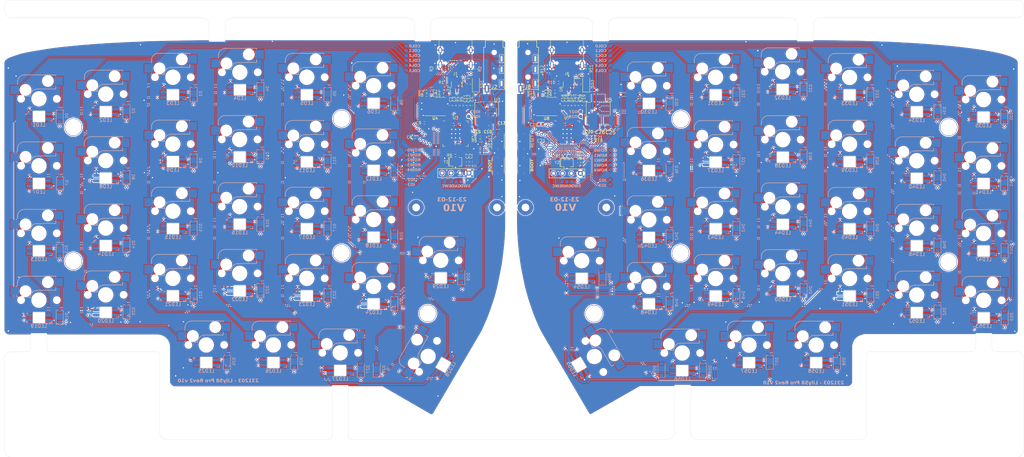
<source format=kicad_pcb>
(kicad_pcb (version 20221018) (generator pcbnew)

  (general
    (thickness 1.6)
  )

  (paper "A3")
  (layers
    (0 "F.Cu" signal)
    (31 "B.Cu" signal)
    (32 "B.Adhes" user "B.Adhesive")
    (33 "F.Adhes" user "F.Adhesive")
    (34 "B.Paste" user)
    (35 "F.Paste" user)
    (36 "B.SilkS" user "B.Silkscreen")
    (37 "F.SilkS" user "F.Silkscreen")
    (38 "B.Mask" user)
    (39 "F.Mask" user)
    (40 "Dwgs.User" user "User.Drawings")
    (41 "Cmts.User" user "User.Comments")
    (42 "Eco1.User" user "User.Eco1")
    (43 "Eco2.User" user "User.Eco2")
    (44 "Edge.Cuts" user)
    (45 "Margin" user)
    (46 "B.CrtYd" user "B.Courtyard")
    (47 "F.CrtYd" user "F.Courtyard")
    (48 "B.Fab" user)
    (49 "F.Fab" user)
  )

  (setup
    (stackup
      (layer "F.SilkS" (type "Top Silk Screen"))
      (layer "F.Paste" (type "Top Solder Paste"))
      (layer "F.Mask" (type "Top Solder Mask") (thickness 0.01))
      (layer "F.Cu" (type "copper") (thickness 0.035))
      (layer "dielectric 1" (type "core") (thickness 1.51) (material "FR4") (epsilon_r 4.5) (loss_tangent 0.02))
      (layer "B.Cu" (type "copper") (thickness 0.035))
      (layer "B.Mask" (type "Bottom Solder Mask") (thickness 0.01))
      (layer "B.Paste" (type "Bottom Solder Paste"))
      (layer "B.SilkS" (type "Bottom Silk Screen"))
      (copper_finish "None")
      (dielectric_constraints no)
    )
    (pad_to_mask_clearance 0.051)
    (solder_mask_min_width 0.25)
    (aux_axis_origin 60 80)
    (pcbplotparams
      (layerselection 0x00010fc_ffffffff)
      (plot_on_all_layers_selection 0x0000000_00000000)
      (disableapertmacros false)
      (usegerberextensions false)
      (usegerberattributes false)
      (usegerberadvancedattributes false)
      (creategerberjobfile false)
      (dashed_line_dash_ratio 12.000000)
      (dashed_line_gap_ratio 3.000000)
      (svgprecision 6)
      (plotframeref false)
      (viasonmask false)
      (mode 1)
      (useauxorigin false)
      (hpglpennumber 1)
      (hpglpenspeed 20)
      (hpglpendiameter 15.000000)
      (dxfpolygonmode true)
      (dxfimperialunits true)
      (dxfusepcbnewfont true)
      (psnegative false)
      (psa4output false)
      (plotreference true)
      (plotvalue true)
      (plotinvisibletext false)
      (sketchpadsonfab false)
      (subtractmaskfromsilk false)
      (outputformat 1)
      (mirror false)
      (drillshape 0)
      (scaleselection 1)
      (outputdirectory "../../../../../Library/CloudStorage/GoogleDrive-yuchi.kbd@gmail.com/マイドライブ/Lily58/Pro_Rev2/gerver_v10_231206/")
    )
  )

  (net 0 "")
  (net 1 "GND")
  (net 2 "GNDA")
  (net 3 "Net-(D1-A)")
  (net 4 "ROW0")
  (net 5 "Net-(D2-A)")
  (net 6 "Net-(D3-A)")
  (net 7 "Net-(D4-A)")
  (net 8 "Net-(D5-A)")
  (net 9 "Net-(D6-A)")
  (net 10 "ROW1")
  (net 11 "Net-(D7-A)")
  (net 12 "Net-(D8-A)")
  (net 13 "Net-(D9-A)")
  (net 14 "Net-(D10-A)")
  (net 15 "Net-(D11-A)")
  (net 16 "Net-(D12-A)")
  (net 17 "ROW2")
  (net 18 "Net-(D13-A)")
  (net 19 "Net-(D14-A)")
  (net 20 "Net-(D15-A)")
  (net 21 "Net-(D16-A)")
  (net 22 "Net-(D17-A)")
  (net 23 "Net-(D18-A)")
  (net 24 "Net-(D19-A)")
  (net 25 "ROW3")
  (net 26 "Net-(D20-A)")
  (net 27 "Net-(D21-A)")
  (net 28 "Net-(D22-A)")
  (net 29 "Net-(D23-A)")
  (net 30 "Net-(D24-A)")
  (net 31 "Net-(D25-A)")
  (net 32 "ROW4")
  (net 33 "Net-(D26-A)")
  (net 34 "Net-(D27-A)")
  (net 35 "Net-(D28-A)")
  (net 36 "Net-(D29-A)")
  (net 37 "Net-(D30-A)")
  (net 38 "Net-(D31-A)")
  (net 39 "Net-(D32-A)")
  (net 40 "Net-(D33-A)")
  (net 41 "Net-(D34-A)")
  (net 42 "ROW1_R")
  (net 43 "Net-(D35-A)")
  (net 44 "Net-(D36-A)")
  (net 45 "Net-(D37-A)")
  (net 46 "Net-(D38-A)")
  (net 47 "Net-(D39-A)")
  (net 48 "Net-(D40-A)")
  (net 49 "ROW2_R")
  (net 50 "Net-(D41-A)")
  (net 51 "Net-(D42-A)")
  (net 52 "Net-(D43-A)")
  (net 53 "Net-(D44-A)")
  (net 54 "Net-(D45-A)")
  (net 55 "Net-(D46-A)")
  (net 56 "ROW3_R")
  (net 57 "Net-(D47-A)")
  (net 58 "Net-(D48-A)")
  (net 59 "Net-(D49-A)")
  (net 60 "Net-(D50-A)")
  (net 61 "Net-(D51-A)")
  (net 62 "Net-(D52-A)")
  (net 63 "ROW4_R")
  (net 64 "Net-(D53-A)")
  (net 65 "Net-(D54-A)")
  (net 66 "Net-(D55-A)")
  (net 67 "Net-(D56-A)")
  (net 68 "Net-(D57-A)")
  (net 69 "VBUS")
  (net 70 "VDC")
  (net 71 "+5V")
  (net 72 "+5VA")
  (net 73 "D+")
  (net 74 "D-")
  (net 75 "COL0")
  (net 76 "COL1")
  (net 77 "COL2")
  (net 78 "COL3")
  (net 79 "COL4")
  (net 80 "COL5")
  (net 81 "COL0_R")
  (net 82 "COL1_R")
  (net 83 "COL2_R")
  (net 84 "COL3_R")
  (net 85 "COL4_R")
  (net 86 "COL5_R")
  (net 87 "USB_BOOT")
  (net 88 "LED")
  (net 89 "Net-(D58-A)")
  (net 90 "LED_R")
  (net 91 "SPLIT_HAND_PIN_L")
  (net 92 "SPLIT_HAND_PIN_R")
  (net 93 "Net-(SD1-A)")
  (net 94 "SCL_2")
  (net 95 "SDA_2")
  (net 96 "Net-(SD2-A)")
  (net 97 "unconnected-(H10-Pin_1-Pad1)")
  (net 98 "+1V1")
  (net 99 "+3V3")
  (net 100 "unconnected-(H11-Pin_1-Pad1)")
  (net 101 "+3.3VA")
  (net 102 "ROW0_R")
  (net 103 "unconnected-(H21-Pin_1-Pad1)")
  (net 104 "unconnected-(H22-Pin_1-Pad1)")
  (net 105 "Net-(J1-CC1)")
  (net 106 "unconnected-(J1-SBU1-PadA8)")
  (net 107 "Net-(J1-CC2)")
  (net 108 "unconnected-(J1-SBU2-PadB8)")
  (net 109 "Net-(J6-CC1)")
  (net 110 "unconnected-(J6-SBU1-PadA8)")
  (net 111 "Net-(J6-CC2)")
  (net 112 "unconnected-(J6-SBU2-PadB8)")
  (net 113 "Net-(LED1-DOUT)")
  (net 114 "Net-(LED1-DIN)")
  (net 115 "Net-(LED2-DIN)")
  (net 116 "Net-(LED3-DIN)")
  (net 117 "Net-(LED4-DIN)")
  (net 118 "Net-(LED5-DIN)")
  (net 119 "Net-(LED7-DOUT)")
  (net 120 "Net-(LED8-DOUT)")
  (net 121 "Net-(LED10-DIN)")
  (net 122 "Net-(LED10-DOUT)")
  (net 123 "Net-(LED11-DOUT)")
  (net 124 "Net-(LED12-DOUT)")
  (net 125 "Net-(LED13-DOUT)")
  (net 126 "Net-(LED13-DIN)")
  (net 127 "Net-(LED14-DIN)")
  (net 128 "Net-(LED15-DIN)")
  (net 129 "Net-(LED16-DIN)")
  (net 130 "Net-(LED17-DIN)")
  (net 131 "Net-(LED19-DOUT)")
  (net 132 "Net-(LED20-DOUT)")
  (net 133 "Net-(LED21-DOUT)")
  (net 134 "Net-(LED22-DOUT)")
  (net 135 "Net-(LED23-DOUT)")
  (net 136 "Net-(LED24-DOUT)")
  (net 137 "unconnected-(LED25-DOUT-Pad2)")
  (net 138 "Net-(LED25-DIN)")
  (net 139 "Net-(LED26-DIN)")
  (net 140 "Net-(LED27-DIN)")
  (net 141 "Net-(LED28-DIN)")
  (net 142 "Net-(LED30-DOUT)")
  (net 143 "Net-(LED30-DIN)")
  (net 144 "Net-(LED31-DIN)")
  (net 145 "Net-(LED32-DIN)")
  (net 146 "Net-(LED33-DIN)")
  (net 147 "Net-(LED34-DIN)")
  (net 148 "Net-(LED36-DOUT)")
  (net 149 "Net-(LED37-DOUT)")
  (net 150 "Net-(LED38-DOUT)")
  (net 151 "Net-(LED39-DOUT)")
  (net 152 "Net-(LED40-DOUT)")
  (net 153 "Net-(LED41-DOUT)")
  (net 154 "Net-(LED42-DOUT)")
  (net 155 "Net-(LED42-DIN)")
  (net 156 "Net-(LED43-DIN)")
  (net 157 "Net-(LED44-DIN)")
  (net 158 "Net-(LED45-DIN)")
  (net 159 "Net-(LED46-DIN)")
  (net 160 "Net-(LED48-DOUT)")
  (net 161 "Net-(LED49-DOUT)")
  (net 162 "Net-(LED50-DOUT)")
  (net 163 "Net-(LED51-DOUT)")
  (net 164 "Net-(LED52-DOUT)")
  (net 165 "SWD")
  (net 166 "SWCLK")
  (net 167 "QSPI_SS")
  (net 168 "Reset")
  (net 169 "QSPI_SD3")
  (net 170 "QSPI_SCLK")
  (net 171 "QSPI_SD0")
  (net 172 "QSPI_SD2")
  (net 173 "QSPI_SD1")
  (net 174 "USB_BOOT_R")
  (net 175 "Reset_R")
  (net 176 "RX")
  (net 177 "TX")
  (net 178 "RX_R")
  (net 179 "TX_R")
  (net 180 "D+_R")
  (net 181 "D-_R")
  (net 182 "SWD_R")
  (net 183 "SWCLK_R")
  (net 184 "QSPI_SD3_R")
  (net 185 "QSPI_SCLK_R")
  (net 186 "QSPI_SD0_R")
  (net 187 "QSPI_SD2_R")
  (net 188 "QSPI_SD1_R")
  (net 189 "QSPI_SS_R")
  (net 190 "SDA")
  (net 191 "SCL")
  (net 192 "SCL_R")
  (net 193 "SDA_R")
  (net 194 "Net-(LED53-DOUT)")
  (net 195 "unconnected-(LED54-DOUT-Pad2)")
  (net 196 "Net-(LED54-DIN)")
  (net 197 "Net-(LED55-DIN)")
  (net 198 "Net-(LED56-DIN)")
  (net 199 "Net-(LED57-DIN)")
  (net 200 "Net-(STLED1-A)")
  (net 201 "Net-(U3-USB_DP)")
  (net 202 "Net-(U3-USB_DM)")
  (net 203 "Net-(U3-XOUT)")
  (net 204 "Net-(STLED2-A)")
  (net 205 "Net-(U7-USB_DP)")
  (net 206 "Net-(U7-USB_DM)")
  (net 207 "Net-(U7-XOUT)")
  (net 208 "Net-(R6-Pad1)")
  (net 209 "Net-(R15-Pad1)")
  (net 210 "+1V2")
  (net 211 "IO27")
  (net 212 "IO28")
  (net 213 "IO27_R")
  (net 214 "IO28_R")
  (net 215 "unconnected-(U3-GPIO4-Pad6)")
  (net 216 "Net-(U3-XIN)")
  (net 217 "unconnected-(U3-GPIO16-Pad27)")
  (net 218 "unconnected-(U3-GPIO20-Pad31)")
  (net 219 "unconnected-(U3-GPIO22-Pad34)")
  (net 220 "unconnected-(U3-GPIO23-Pad35)")
  (net 221 "unconnected-(U3-GPIO24-Pad36)")
  (net 222 "unconnected-(U3-GPIO25-Pad37)")
  (net 223 "unconnected-(U3-GPIO26_ADC0-Pad38)")
  (net 224 "unconnected-(U3-GPIO29_ADC3-Pad41)")
  (net 225 "SCL_2_R")
  (net 226 "SDA_2_R")
  (net 227 "unconnected-(U7-GPIO4-Pad6)")
  (net 228 "Net-(U7-XIN)")
  (net 229 "unconnected-(U7-GPIO16-Pad27)")
  (net 230 "unconnected-(U7-GPIO20-Pad31)")
  (net 231 "unconnected-(U7-GPIO22-Pad34)")
  (net 232 "unconnected-(U7-GPIO23-Pad35)")
  (net 233 "unconnected-(U7-GPIO24-Pad36)")
  (net 234 "unconnected-(U7-GPIO25-Pad37)")
  (net 235 "unconnected-(U7-GPIO26_ADC0-Pad38)")
  (net 236 "unconnected-(U7-GPIO29_ADC3-Pad41)")

  (footprint "yuchi_kbd:MX_Socket" (layer "F.Cu") (at 88.8 125.64))

  (footprint "yuchi_kbd:MX_Socket" (layer "F.Cu") (at 107.9 120.94))

  (footprint "yuchi_kbd:MX_Socket" (layer "F.Cu") (at 69.8 108.09))

  (footprint "yuchi_kbd:MX_Socket" (layer "F.Cu") (at 126.95 100.54))

  (footprint "yuchi_kbd:MX_Socket" (layer "F.Cu") (at 146 101.94))

  (footprint "yuchi_kbd:MX_Socket" (layer "F.Cu") (at 107.9 101.94))

  (footprint "yuchi_kbd:MX_Socket" (layer "F.Cu") (at 126.9 119.64))

  (footprint "yuchi_kbd:MX_Socket" (layer "F.Cu") (at 165 104.34))

  (footprint "yuchi_kbd:MX_Socket" (layer "F.Cu") (at 184.1 154.04))

  (footprint "yuchi_kbd:MX_Socket" (layer "F.Cu") (at 69.8 127.14))

  (footprint "yuchi_kbd:MX_Socket" (layer "F.Cu") (at 146 159.14))

  (footprint "yuchi_kbd:MX_Socket" (layer "F.Cu") (at 69.8 146.34))

  (footprint "yuchi_kbd:MX_Socket" (layer "F.Cu") (at 165 142.44))

  (footprint "yuchi_kbd:MX_Socket" (layer "F.Cu") (at 107.9 159.14))

  (footprint "yuchi_kbd:MX_Socket" (layer "F.Cu") (at 146 140.04))

  (footprint "yuchi_kbd:MX_Socket" (layer "F.Cu") (at 69.8 165.34))

  (footprint "yuchi_kbd:MX_Socket" (layer "F.Cu") (at 126.9 157.74))

  (footprint "yuchi_kbd:MX_Socket" (layer "F.Cu") (at 88.8 144.84))

  (footprint "yuchi_kbd:MX_Socket" (layer "F.Cu") (at 136.5 178.09))

  (footprint "yuchi_kbd:MX_Socket" (layer "F.Cu") (at 126.9 138.74))

  (footprint "yuchi_kbd:MX_Socket" (layer "F.Cu") (at 180.5 181.34 60))

  (footprint "yuchi_kbd:MX_Socket" (layer "F.Cu") (at 88.8 163.84))

  (footprint "yuchi_kbd:MX_Socket" (layer "F.Cu") (at 107.91 140.03))

  (footprint "yuchi_kbd:MX_Socket" (layer "F.Cu") (at 117.4 178.09))

  (footprint "yuchi_kbd:MX_Socket" (layer "F.Cu") (at 155.5 180.34))

  (footprint "yuchi_kbd:MX_Socket" (layer "F.Cu") (at 165 161.44))

  (footprint "yuchi_kbd:MX_Socket" (layer "F.Cu") (at 146 121.04))

  (footprint "yuchi_kbd:MX_Socket" (layer "F.Cu") (at 165 123.44))

  (footprint "Resistor_SMD:R_0402_1005Metric" (layer "F.Cu")
    (tstamp 00000000-0000-0000-0000-00005f7ba52b)
    (at 182.4 99.6 90)
    (descr "Resistor SMD 0402 (1005 Metric), square (rectangular) end terminal, IPC_7351 nominal, (Body size source: IPC-SM-782 page 72, https://www.pcb-3d.com/wordpress/wp-content/uploads/ipc-sm-782a_amendment_1_and_2.pdf), generated with kicad-footprint-generator")
    (tags "resistor")
    (property "Sheetfile" "Pro_Rev2.kicad_sch")
    (property "Sheetname" "")
    (property "ki_description" "Resistor, small symbol")
    (property "ki_keywords" "R resistor")
    (path "/7b086703-ca3f-415b-97a1-fb284f3eae4c")
    (attr smd)
    (fp_text reference "R3" (at 0 -0.97 90) (layer "F.SilkS")
        (effects (font (face "Inter Semi Bold") (size 0.8 0.8) (thickness 0.1)))
      (tstamp b9c5d0fb-2df9-4d45-bb37-50585ec3c739)
      (render_cache "R3" 90
        (polygon
          (pts
            (xy 181.762 100.248512)            (xy 181.762 100.10099)            (xy 181.463828 100.10099)            (xy 181.463828 99.950732)
            (xy 181.762 99.790899)            (xy 181.762 99.626182)            (xy 181.439208 99.802427)            (xy 181.435472 99.793567)
            (xy 181.431484 99.784974)            (xy 181.427246 99.776649)            (xy 181.422761 99.768594)            (xy 181.418031 99.760809)
            (xy 181.413061 99.753296)            (xy 181.407852 99.746054)            (xy 181.402407 99.739086)            (xy 181.396729 99.732392)
            (xy 181.390821 99.725972)            (xy 181.384685 99.719828)            (xy 181.378325 99.713961)            (xy 181.371743 99.708371)
            (xy 181.364942 99.703059)            (xy 181.357925 99.698027)            (xy 181.350695 99.693275)            (xy 181.343253 99.688804)
            (xy 181.335604 99.684615)            (xy 181.32775 99.680709)            (xy 181.319693 99.677087)            (xy 181.311437 99.673749)
            (xy 181.302984 99.670697)            (xy 181.294338 99.667931)            (xy 181.2855 99.665453)            (xy 181.276474 99.663263)
            (xy 181.267262 99.661362)            (xy 181.257868 99.659751)            (xy 181.248293 99.658431)            (xy 181.238542 99.657402)
            (xy 181.228616 99.656667)            (xy 181.218518 99.656225)            (xy 181.208252 99.656077)            (xy 181.19382 99.65637)
            (xy 181.179694 99.657248)            (xy 181.165883 99.658709)            (xy 181.152397 99.660749)            (xy 181.139247 99.663366)
            (xy 181.126442 99.666559)            (xy 181.113993 99.670323)            (xy 181.101909 99.674658)            (xy 181.090201 99.679559)
            (xy 181.078878 99.685026)            (xy 181.067951 99.691055)            (xy 181.057429 99.697643)            (xy 181.047323 99.704789)
            (xy 181.037643 99.71249)            (xy 181.028398 99.720743)            (xy 181.019599 99.729545)            (xy 181.011256 99.738895)
            (xy 181.003378 99.74879)            (xy 180.995976 99.759227)            (xy 180.989059 99.770203)            (xy 180.982639 99.781717)
            (xy 180.976724 99.793766)            (xy 180.971325 99.806347)            (xy 180.966452 99.819457)            (xy 180.962114 99.833095)
            (xy 180.958323 99.847257)            (xy 180.955087 99.861942)            (xy 180.952417 99.877147)            (xy 180.950323 99.892868)
            (xy 180.948815 99.909104)            (xy 180.947902 99.925853)            (xy 180.947596 99.943111)            (xy 180.947596 100.248512)
          )
            (pts
              (xy 181.341316 100.10099)              (xy 181.07089 100.10099)              (xy 181.07089 99.965777)              (xy 181.071038 99.955641)
              (xy 181.071479 99.945858)              (xy 181.072212 99.936425)              (xy 181.073234 99.927342)              (xy 181.074541 99.918605)
              (xy 181.076132 99.910213)              (xy 181.078003 99.902164)              (xy 181.080153 99.894455)              (xy 181.085275 99.880051)
              (xy 181.091477 99.866986)              (xy 181.098739 99.855242)              (xy 181.107038 99.844803)              (xy 181.116354 99.835654)
              (xy 181.126665 99.827778)              (xy 181.137951 99.821158)              (xy 181.150189 99.815778)              (xy 181.16336 99.811622)
              (xy 181.177442 99.808674)              (xy 181.192413 99.806917)              (xy 181.200225 99.80648)              (xy 181.208252 99.806335)
              (xy 181.21625 99.80648)              (xy 181.231536 99.807647)              (xy 181.245869 99.809995)              (xy 181.259239 99.81354)
              (xy 181.271638 99.818297)              (xy 181.283055 99.82428)              (xy 181.293482 99.831506)              (xy 181.302909 99.839988)
              (xy 181.311325 99.849743)              (xy 181.318723 99.860786)              (xy 181.325092 99.873131)              (xy 181.330423 99.886795)
              (xy 181.334707 99.901791)              (xy 181.336453 99.909794)              (xy 181.337934 99.918136)              (xy 181.339148 99.926818)
              (xy 181.340095 99.935844)              (xy 181.340772 99.945214)              (xy 181.34118 99.95493)              (xy 181.341316 99.964995)
            )
        )
        (polygon
          (pts
            (xy 181.773137 99.235784)            (xy 181.772847 99.219603)            (xy 181.771984 99.203714)            (xy 181.77056 99.188132)
            (xy 181.768586 99.17287)            (xy 181.766073 99.157944)            (xy 181.763033 99.143369)            (xy 181.759476 99.129158)
            (xy 181.755414 99.115326)            (xy 181.750859 99.101889)            (xy 181.745821 99.088861)            (xy 181.740312 99.076256)
            (xy 181.734342 99.064088)            (xy 181.727925 99.052374)            (xy 181.72107 99.041127)            (xy 181.713788 99.030362)
            (xy 181.706092 99.020093)            (xy 181.697993 99.010336)            (xy 181.689501 99.001104)            (xy 181.680628 98.992413)
            (xy 181.671385 98.984277)            (xy 181.661784 98.97671)            (xy 181.651835 98.969728)            (xy 181.641551 98.963345)
            (xy 181.630942 98.957576)            (xy 181.620019 98.952435)            (xy 181.608795 98.947937)            (xy 181.597279 98.944096)
            (xy 181.585484 98.940927)            (xy 181.573421 98.938446)            (xy 181.5611 98.936665)            (xy 181.548534 98.935601)
            (xy 181.535733 98.935268)            (xy 181.526274 98.935418)            (xy 181.516989 98.93594)            (xy 181.507882 98.936831)
            (xy 181.498959 98.93809)            (xy 181.490225 98.939713)            (xy 181.481685 98.941699)            (xy 181.473344 98.944044)
            (xy 181.465208 98.946747)            (xy 181.457281 98.949805)            (xy 181.449569 98.953215)            (xy 181.442076 98.956975)
            (xy 181.434809 98.961082)            (xy 181.427771 98.965535)            (xy 181.420969 98.970331)            (xy 181.414408 98.975467)
            (xy 181.408092 98.980941)            (xy 181.402026 98.98675)            (xy 181.396217 98.992893)            (xy 181.390668 98.999366)
            (xy 181.385386 99.006167)            (xy 181.380375 99.013293)            (xy 181.375641 99.020744)            (xy 181.371188 99.028514)
            (xy 181.367022 99.036604)            (xy 181.363148 99.045009)            (xy 181.359571 99.053728)            (xy 181.356297 99.062758)
            (xy 181.353329 99.072097)            (xy 181.350675 99.081742)            (xy 181.348338 99.091691)            (xy 181.346323 99.101941)
            (xy 181.344637 99.11249)            (xy 181.338189 99.11249)            (xy 181.336259 99.104314)            (xy 181.334061 99.096311)
            (xy 181.331599 99.088489)            (xy 181.328877 99.080851)            (xy 181.325898 99.073405)            (xy 181.322667 99.066155)
            (xy 181.319186 99.059108)            (xy 181.311491 99.045644)            (xy 181.302844 99.033057)            (xy 181.293273 99.021395)
            (xy 181.282809 99.010701)            (xy 181.27148 99.001022)            (xy 181.259317 98.992402)            (xy 181.246348 98.984889)
            (xy 181.232604 98.978526)            (xy 181.218113 98.97336)            (xy 181.202905 98.969436)            (xy 181.195042 98.967954)
            (xy 181.18701 98.966799)            (xy 181.178814 98.965978)            (xy 181.170458 98.965496)            (xy 181.161944 98.965358)
            (xy 181.150381 98.965631)            (xy 181.138967 98.966518)            (xy 181.127715 98.96801)            (xy 181.11664 98.970097)
            (xy 181.105757 98.972771)            (xy 181.095079 98.976022)            (xy 181.084621 98.979841)            (xy 181.074398 98.98422)
            (xy 181.064423 98.989149)            (xy 181.054712 98.994618)            (xy 181.045278 99.00062)            (xy 181.036135 99.007144)
            (xy 181.027299 99.014183)            (xy 181.018783 99.021726)            (xy 181.010602 99.029764)            (xy 181.002771 99.038289)
            (xy 180.995302 99.047292)            (xy 180.988212 99.056762)            (xy 180.981514 99.066692)            (xy 180.975222 99.077073)
            (xy 180.969351 99.087894)            (xy 180.963916 99.099147)            (xy 180.95893 99.110823)            (xy 180.954407 99.122913)
            (xy 180.950364 99.135408)            (xy 180.946813 99.148298)            (xy 180.943768 99.161575)            (xy 180.941245 99.175229)
            (xy 180.939258 99.189252)            (xy 180.937821 99.203634)            (xy 180.936948 99.218366)            (xy 180.936654 99.233439)
            (xy 180.936928 99.24817)            (xy 180.937745 99.262675)            (xy 180.939095 99.276941)            (xy 180.940967 99.290951)
            (xy 180.943354 99.30469)            (xy 180.946245 99.318143)            (xy 180.94963 99.331295)            (xy 180.953501 99.34413)
            (xy 180.957847 99.356633)            (xy 180.96266 99.368789)            (xy 180.967929 99.380582)            (xy 180.973645 99.391997)
            (xy 180.979799 99.403019)            (xy 180.986382 99.413632)            (xy 180.993382 99.423822)            (xy 181.000792 99.433572)
            (xy 181.008602 99.442867)            (xy 181.016801 99.451693)            (xy 181.025381 99.460034)            (xy 181.034332 99.467874)
            (xy 181.043645 99.475199)            (xy 181.053309 99.481992)            (xy 181.063316 99.488239)            (xy 181.073656 99.493924)
            (xy 181.084319 99.499032)            (xy 181.095297 99.503548)            (xy 181.106578 99.507457)            (xy 181.118155 99.510742)
            (xy 181.130017 99.513389)            (xy 181.142154 99.515382)            (xy 181.154558 99.516707)            (xy 181.167219 99.517347)
            (xy 181.167219 99.375491)            (xy 181.154703 99.374312)            (xy 181.142816 99.371777)            (xy 181.131582 99.367957)
            (xy 181.121027 99.362925)            (xy 181.111175 99.356752)            (xy 181.10205 99.349511)            (xy 181.093678 99.341274)
            (xy 181.086082 99.332113)            (xy 181.079288 99.322101)            (xy 181.073319 99.311308)            (xy 181.068202 99.299809)
            (xy 181.06396 99.287673)            (xy 181.060617 99.274975)            (xy 181.058199 99.261785)            (xy 181.05673 99.248176)
            (xy 181.056235 99.234221)            (xy 181.05677 99.220275)            (xy 181.05835 99.206967)            (xy 181.060942 99.194332)
            (xy 181.064509 99.182408)            (xy 181.069018 99.171231)            (xy 181.074432 99.160839)            (xy 181.080718 99.151269)
            (xy 181.08784 99.142556)            (xy 181.095764 99.13474)            (xy 181.104454 99.127855)            (xy 181.113876 99.121939)
            (xy 181.123994 99.11703)            (xy 181.134775 99.113164)            (xy 181.146182 99.110377)            (xy 181.158181 99.108707)
            (xy 181.170736 99.108191)            (xy 181.183821 99.108804)            (xy 181.196309 99.110754)            (xy 181.208165 99.113994)
            (xy 181.219356 99.118474)            (xy 181.229847 99.124145)            (xy 181.239605 99.130956)            (xy 181.248595 99.138861)
            (xy 181.256783 99.147808)            (xy 181.264136 99.157749)            (xy 181.270618 99.168634)            (xy 181.276197 99.180415)
            (xy 181.280838 99.193041)            (xy 181.284507 99.206465)            (xy 181.28717 99.220636)            (xy 181.288792 99.235506)
            (xy 181.289341 99.251025)            (xy 181.289341 99.32293)            (xy 181.40306 99.32293)            (xy 181.40306 99.251025)
            (xy 181.40321 99.241476)            (xy 181.403658 99.232178)            (xy 181.404396 99.223132)            (xy 181.405421 99.214344)
            (xy 181.406726 99.205816)            (xy 181.408306 99.197552)            (xy 181.410157 99.189556)            (xy 181.412271 99.181831)
            (xy 181.414645 99.17438)            (xy 181.420148 99.160318)            (xy 181.426622 99.147398)            (xy 181.434025 99.135649)
            (xy 181.442312 99.125099)            (xy 181.451441 99.115777)            (xy 181.461368 99.107711)            (xy 181.47205 99.10093)
            (xy 181.483445 99.095464)            (xy 181.495508 99.091339)            (xy 181.508197 99.088586)            (xy 181.521468 99.087232)
            (xy 181.528308 99.087089)            (xy 181.54152 99.087744)            (xy 181.554166 99.089816)            (xy 181.566207 99.093251)
            (xy 181.577602 99.097991)            (xy 181.588313 99.10398)            (xy 181.5983 99.111162)            (xy 181.607522 99.119481)
            (xy 181.615942 99.128879)            (xy 181.623519 99.1393)            (xy 181.630214 99.150689)            (xy 181.635988 99.162989)
            (xy 181.6408 99.176143)            (xy 181.644612 99.190095)            (xy 181.647383 99.204788)            (xy 181.649075 99.220167)
            (xy 181.649504 99.228096)            (xy 181.649648 99.236175)            (xy 181.649153 99.25133)            (xy 181.647688 99.265981)
            (xy 181.645279 99.28007)            (xy 181.641954 99.293535)            (xy 181.637741 99.306318)            (xy 181.632667 99.318359)
            (xy 181.626759 99.329599)            (xy 181.620046 99.339978)            (xy 181.612553 99.349436)            (xy 181.60431 99.357914)
            (xy 181.595343 99.365353)            (xy 181.585681 99.371693)            (xy 181.575349 99.376874)            (xy 181.564377 99.380837)
            (xy 181.55279 99.383522)            (xy 181.540618 99.38487)            (xy 181.540618 99.534542)            (xy 181.553387 99.533811)
            (xy 181.565898 99.532397)            (xy 181.57814 99.530313)            (xy 181.590103 99.527571)            (xy 181.601778 99.524184)
            (xy 181.613156 99.520165)            (xy 181.624227 99.515527)            (xy 181.634981 99.510282)            (xy 181.645409 99.504444)
            (xy 181.655501 99.498025)            (xy 181.665247 99.491038)            (xy 181.674638 99.483496)            (xy 181.683665 99.475411)
            (xy 181.692318 99.466797)            (xy 181.700586 99.457666)            (xy 181.708461 99.448031)            (xy 181.715934 99.437905)
            (xy 181.722993 99.4273)            (xy 181.729631 99.41623)            (xy 181.735837 99.404708)            (xy 181.741601 99.392745)
            (xy 181.746914 99.380355)            (xy 181.751767 99.367551)            (xy 181.75615 99.354345)            (xy 181.760053 99.340751)
            (xy 181.763467 99.326781)            (xy 181.766382 99.312448)            (xy 181.768788 99.297764)            (xy 181.770676 99.282743)
            (xy 181.772037 99.267398)            (xy 181.77286 99.25174)
          )
        )
      )
    )
    (fp_text value "5.1k" (at 0 1.17 90) (layer "F.Fab")
        (effects (font (face "Inter Semi Bold") (size 0.8 0.8) (thickness 0.1)))
      (tstamp b062abfe-043c-4a4e-ad2b-1c0c293e7c41)
      (render_cache "5.1k" 90
        (polygon
          (pts
            (xy 183.913137 100.285246)            (xy 183.912797 100.269262)            (xy 183.911785 100.253595)            (xy 183.910115 100.238258)
            (xy 183.9078 100.223262)            (xy 183.904853 100.208621)            (xy 183.901287 100.194347)            (xy 183.897116 100.180453)
            (xy 183.892352 100.16695)            (xy 183.887009 100.153852)            (xy 183.881099 100.141171)            (xy 183.874637 100.128919)
            (xy 183.867635 100.117109)            (xy 183.860106 100.105754)            (xy 183.852063 100.094865)            (xy 183.843521 100.084456)
            (xy 183.834491 100.074538)            (xy 183.824987 100.065125)            (xy 183.815022 100.056228)            (xy 183.80461 100.047861)
            (xy 183.793763 100.040036)            (xy 183.782495 100.032765)            (xy 183.770819 100.026061)            (xy 183.758748 100.019936)
            (xy 183.746295 100.014402)            (xy 183.733473 100.009473)            (xy 183.720296 100.005161)            (xy 183.706776 100.001478)
            (xy 183.692928 99.998436)            (xy 183.678763 99.996049)            (xy 183.664295 99.994328)            (xy 183.649538 99.993286)
            (xy 183.634505 99.992936)            (xy 183.619944 99.993254)            (xy 183.605652 99.994197)            (xy 183.591642 99.995753)
            (xy 183.577927 99.99791)            (xy 183.564518 100.000654)            (xy 183.55143 100.003973)            (xy 183.538673 100.007854)
            (xy 183.526262 100.012284)            (xy 183.514209 100.017249)            (xy 183.502526 100.022738)            (xy 183.491227 100.028737)
            (xy 183.480323 100.035234)            (xy 183.469827 100.042216)            (xy 183.459753 100.049669)            (xy 183.450112 100.057582)
            (xy 183.440918 100.065941)            (xy 183.432183 100.074733)            (xy 183.423919 100.083945)            (xy 183.416141 100.093565)
            (xy 183.408859 100.10358)            (xy 183.402087 100.113977)            (xy 183.395837 100.124743)            (xy 183.390122 100.135866)
            (xy 183.384956 100.147332)            (xy 183.380349 100.159128)            (xy 183.376316 100.171242)            (xy 183.372869 100.183661)
            (xy 183.370019 100.196372)            (xy 183.367781 100.209362)            (xy 183.366167 100.222619)            (xy 183.365189 100.236129)
            (xy 183.364861 100.24988)            (xy 183.365163 100.262169)            (xy 183.366056 100.274249)            (xy 183.367513 100.28609)
            (xy 183.36951 100.297663)            (xy 183.372025 100.308937)            (xy 183.375031 100.319882)            (xy 183.378505 100.330468)
            (xy 183.382422 100.340665)            (xy 183.386758 100.350443)            (xy 183.391489 100.359772)            (xy 183.39659 100.368622)
            (xy 183.402037 100.376963)            (xy 183.407806 100.384764)            (xy 183.413873 100.391996)            (xy 183.420212 100.398629)
            (xy 183.426801 100.404632)            (xy 183.426801 100.409322)            (xy 183.21089 100.385874)            (xy 183.21089 100.035532)
            (xy 183.087596 100.035532)            (xy 183.087596 100.507996)            (xy 183.507694 100.550592)            (xy 183.529578 100.417333)
            (xy 183.521332 100.408972)            (xy 183.516152 100.40276)            (xy 183.511246 100.396081)            (xy 183.506628 100.388975)
            (xy 183.502315 100.381481)            (xy 183.498321 100.373638)            (xy 183.494664 100.365484)            (xy 183.491358 100.35706)
            (xy 183.48842 100.348403)            (xy 183.485864 100.339552)            (xy 183.483708 100.330547)            (xy 183.481966 100.321426)
            (xy 183.480654 100.312228)            (xy 183.479789 100.302993)            (xy 183.479385 100.293759)            (xy 183.479362 100.289154)
            (xy 183.479589 100.280857)            (xy 183.480195 100.272712)            (xy 183.48117 100.264727)            (xy 183.482509 100.25691)
            (xy 183.484203 100.249267)            (xy 183.48863 100.234536)            (xy 183.494393 100.220591)            (xy 183.501435 100.207492)
            (xy 183.509697 100.195298)            (xy 183.519123 100.184066)            (xy 183.529653 100.173856)            (xy 183.541231 100.164726)
            (xy 183.553798 100.156736)            (xy 183.567297 100.149943)            (xy 183.58167 100.144406)            (xy 183.589166 100.142128)
            (xy 183.596859 100.140185)            (xy 183.604741 100.138586)            (xy 183.612806 100.137337)            (xy 183.621046 100.136447)
            (xy 183.629454 100.135922)            (xy 183.638022 100.13577)            (xy 183.64648 100.135917)            (xy 183.654778 100.136427)
            (xy 183.662908 100.137292)            (xy 183.670864 100.138506)            (xy 183.678638 100.140061)            (xy 183.686223 100.141951)
            (xy 183.700798 100.146706)            (xy 183.714533 100.152713)            (xy 183.727371 100.159915)            (xy 183.739255 100.168257)
            (xy 183.750129 100.177682)            (xy 183.759936 100.188132)            (xy 183.768619 100.199551)            (xy 183.776122 100.211883)
            (xy 183.782388 100.225071)            (xy 183.78736 100.239058)            (xy 183.790981 100.253787)            (xy 183.793196 100.269202)
            (xy 183.793758 100.277149)            (xy 183.793946 100.285246)            (xy 183.793408 100.298879)            (xy 183.791818 100.312115)
            (xy 183.789214 100.324896)            (xy 183.785636 100.337163)            (xy 183.781121 100.348859)            (xy 183.775708 100.359926)
            (xy 183.769436 100.370306)            (xy 183.762341 100.379939)            (xy 183.754464 100.388769)            (xy 183.745842 100.396737)
            (xy 183.736514 100.403786)            (xy 183.726517 100.409856)            (xy 183.715891 100.41489)            (xy 183.704673 100.41883)
            (xy 183.692903 100.421618)            (xy 183.680618 100.423195)            (xy 183.680618 100.566419)            (xy 183.693181 100.56572)
            (xy 183.705511 100.564364)            (xy 183.717598 100.562366)            (xy 183.72943 100.559739)            (xy 183.740996 100.556495)
            (xy 183.752286 100.552649)            (xy 183.763288 100.548214)            (xy 183.773992 100.543203)            (xy 183.784387 100.537631)
            (xy 183.794462 100.531509)            (xy 183.804206 100.524852)            (xy 183.813608 100.517674)            (xy 183.822658 100.509987)
            (xy 183.831344 100.501805)            (xy 183.839656 100.493142)            (xy 183.847582 100.484011)            (xy 183.855113 100.474426)
            (xy 183.862236 100.464399)            (xy 183.868942 100.453945)            (xy 183.875218 100.443076)            (xy 183.881055 100.431807)
            (xy 183.886442 100.42015)            (xy 183.891367 100.40812)            (xy 183.89582 100.39573)            (xy 183.89979 100.382992)
            (xy 183.903266 100.369921)            (xy 183.906237 100.35653)            (xy 183.908692 100.342833)            (xy 183.91062 100.328842)
            (xy 183.912011 100.314572)            (xy 183.912854 100.300035)
          )
        )
        (polygon
          (pts
            (xy 183.910792 99.797347)            (xy 183.910344 99.78864)            (xy 183.909027 99.780138)            (xy 183.906884 99.771888)
            (xy 183.90396 99.76394)            (xy 183.900295 99.756343)            (xy 183.895934 99.749145)            (xy 183.890919 99.742394)
            (xy 183.885293 99.73614)            (xy 183.8791 99.73043)            (xy 183.872381 99.725314)            (xy 183.865181 99.720841)
            (xy 183.857541 99.717058)            (xy 183.849506 99.714015)            (xy 183.841117 99.71176)            (xy 183.832417 99.710342)
            (xy 183.823451 99.70981)            (xy 183.814588 99.710342)            (xy 183.805979 99.71176)            (xy 183.797668 99.714015)
            (xy 183.7897 99.717058)            (xy 183.782117 99.720841)            (xy 183.774964 99.725314)            (xy 183.768284 99.73043)
            (xy 183.762122 99.73614)            (xy 183.75652 99.742394)            (xy 183.751523 99.749145)            (xy 183.747175 99.756343)
            (xy 183.743519 99.76394)            (xy 183.7406 99.771888)            (xy 183.73846 99.780138)            (xy 183.737144 99.78864)
            (xy 183.736696 99.797347)            (xy 183.737144 99.80632)            (xy 183.73846 99.815037)            (xy 183.7406 99.823453)
            (xy 183.743519 99.831522)            (xy 183.747175 99.839201)            (xy 183.751523 99.846442)            (xy 183.75652 99.853201)
            (xy 183.762122 99.859433)            (xy 183.768284 99.865093)            (xy 183.774964 99.870135)            (xy 183.782117 99.874514)
            (xy 183.7897 99.878185)            (xy 183.797668 99.881103)            (xy 183.805979 99.883222)            (xy 183.814588 99.884497)
            (xy 183.823451 99.884883)            (xy 183.832417 99.884497)            (xy 183.841117 99.883222)            (xy 183.849506 99.881103)
            (xy 183.857541 99.878185)            (xy 183.865181 99.874514)            (xy 183.872381 99.870135)            (xy 183.8791 99.865093)
            (xy 183.885293 99.859433)            (xy 183.890919 99.853201)            (xy 183.895934 99.846442)            (xy 183.900295 99.839201)
            (xy 183.90396 99.831522)            (xy 183.906884 99.823453)            (xy 183.909027 99.815037)            (xy 183.910344 99.80632)
          )
        )
        (polygon
          (pts
            (xy 183.087596 99.331331)            (xy 183.087596 99.471625)            (xy 183.217729 99.674053)            (xy 183.352942 99.674053)
            (xy 183.231211 99.483544)            (xy 183.231211 99.478854)            (xy 183.902 99.478854)            (xy 183.902 99.331331)
          )
        )
        (polygon
          (pts
            (xy 183.902 99.122455)            (xy 183.902 98.978449)            (xy 183.696836 98.978449)            (xy 183.640757 98.926084)
            (xy 183.902 98.739091)            (xy 183.902 98.566949)            (xy 183.554979 98.817444)            (xy 183.291197 98.580822)
            (xy 183.291197 98.749056)            (xy 183.536612 98.968484)            (xy 183.536612 98.978449)            (xy 183.087596 98.978449)
            (xy 183.087596 99.122455)
          )
        )
      )
    )
    (fp_text user "${REFERENCE}" (at 0 0 90) (layer "F.Fab")
        (effects (font (face "Inter Semi Bold") (size 0.26 0.26) (thickness 0.04)))
      (tstamp 589f7efb-4f53-4b6c-8662-bbcfff228bea)
      (render_cache "R3" 90
        (polygon
          (pts
            (xy 182.5079 99.810766)            (xy 182.5079 99.762821)            (xy 182.410994 99.762821)            (xy 182.410994 99.713987)
            (xy 182.5079 99.662041)            (xy 182.5079 99.608508)            (xy 182.402992 99.665788)            (xy 182.401778 99.662908)
            (xy 182.400482 99.660116)            (xy 182.399105 99.65741)            (xy 182.397647 99.654792)            (xy 182.39611 99.652262)
            (xy 182.394494 99.64982)            (xy 182.392801 99.647467)            (xy 182.391032 99.645202)            (xy 182.389187 99.643026)
            (xy 182.387266 99.64094)            (xy 182.385272 99.638943)            (xy 182.383205 99.637036)            (xy 182.381066 99.63522)
            (xy 182.378856 99.633493)            (xy 182.376575 99.631858)            (xy 182.374225 99.630314)            (xy 182.371807 99.628861)
            (xy 182.369321 99.627499)            (xy 182.366768 99.62623)            (xy 182.36415 99.625052)            (xy 182.361467 99.623968)
            (xy 182.35872 99.622976)            (xy 182.355909 99.622077)            (xy 182.353037 99.621271)            (xy 182.350104 99.62056)
            (xy 182.34711 99.619942)            (xy 182.344057 99.619418)            (xy 182.340945 99.618989)            (xy 182.337776 99.618655)
            (xy 182.33455 99.618416)            (xy 182.331268 99.618272)            (xy 182.327932 99.618224)            (xy 182.323241 99.618319)
            (xy 182.31865 99.618605)            (xy 182.314161 99.619079)            (xy 182.309779 99.619743)            (xy 182.305505 99.620593)
            (xy 182.301343 99.621631)            (xy 182.297297 99.622854)            (xy 182.29337 99.624263)            (xy 182.289565 99.625856)
            (xy 182.285885 99.627633)            (xy 182.282334 99.629592)            (xy 182.278914 99.631733)            (xy 182.27563 99.634056)
            (xy 182.272484 99.636558)            (xy 182.269479 99.639241)            (xy 182.266619 99.642101)            (xy 182.263908 99.64514)
            (xy 182.261347 99.648356)            (xy 182.258942 99.651748)            (xy 182.256694 99.655315)            (xy 182.254607 99.659057)
            (xy 182.252685 99.662973)            (xy 182.25093 99.667062)            (xy 182.249346 99.671323)            (xy 182.247937 99.675755)
            (xy 182.246705 99.680358)            (xy 182.245653 99.68513)            (xy 182.244785 99.690072)            (xy 182.244105 99.695181)
            (xy 182.243614 99.700458)            (xy 182.243318 99.705901)            (xy 182.243218 99.71151)            (xy 182.243218 99.810766)
          )
            (pts
              (xy 182.371177 99.762821)              (xy 182.283289 99.762821)              (xy 182.283289 99.718877)              (xy 182.283337 99.715582)
              (xy 182.28348 99.712403)              (xy 182.283719 99.709337)              (xy 182.284051 99.706385)              (xy 182.284476 99.703546)
              (xy 182.284993 99.700818)              (xy 182.285601 99.698202)              (xy 182.286299 99.695697)              (xy 182.287964 99.691016)
              (xy 182.28998 99.68677)              (xy 182.29234 99.682953)              (xy 182.295037 99.67956)              (xy 182.298065 99.676587)
              (xy 182.301416 99.674027)              (xy 182.305084 99.671875)              (xy 182.309061 99.670127)              (xy 182.313342 99.668776)
              (xy 182.317918 99.667818)              (xy 182.322784 99.667247)              (xy 182.325323 99.667105)              (xy 182.327932 99.667058)
              (xy 182.330531 99.667105)              (xy 182.335499 99.667484)              (xy 182.340157 99.668248)              (xy 182.344502 99.6694)
              (xy 182.348532 99.670946)              (xy 182.352243 99.67289)              (xy 182.355631 99.675238)              (xy 182.358695 99.677995)
              (xy 182.36143 99.681166)              (xy 182.363835 99.684755)              (xy 182.365905 99.688767)              (xy 182.367637 99.693207)
              (xy 182.36903 99.698081)              (xy 182.369597 99.700682)              (xy 182.370078 99.703393)              (xy 182.370473 99.706215)
              (xy 182.37078 99.709148)              (xy 182.371001 99.712194)              (xy 182.371133 99.715352)              (xy 182.371177 99.718623)
            )
        )
        (polygon
          (pts
            (xy 182.511519 99.481629)            (xy 182.511425 99.47637)            (xy 182.511145 99.471206)            (xy 182.510682 99.466142)
            (xy 182.51004 99.461182)            (xy 182.509223 99.456331)            (xy 182.508235 99.451594)            (xy 182.507079 99.446975)
            (xy 182.505759 99.44248)            (xy 182.504279 99.438113)            (xy 182.502641 99.433879)            (xy 182.500851 99.429782)
            (xy 182.498911 99.425828)            (xy 182.496825 99.422021)            (xy 182.494597 99.418365)            (xy 182.492231 99.414867)
            (xy 182.48973 99.411529)            (xy 182.487097 99.408358)            (xy 182.484337 99.405358)            (xy 182.481454 99.402533)
            (xy 182.47845 99.399889)            (xy 182.475329 99.39743)            (xy 182.472096 99.395161)            (xy 182.468754 99.393086)
            (xy 182.465306 99.391211)            (xy 182.461756 99.389541)            (xy 182.458108 99.388079)            (xy 182.454365 99.38683)
            (xy 182.450532 99.385801)            (xy 182.446611 99.384994)            (xy 182.442607 99.384415)            (xy 182.438523 99.38407)
            (xy 182.434363 99.383961)            (xy 182.431289 99.38401)            (xy 182.428271 99.38418)            (xy 182.425311 99.384469)
            (xy 182.422411 99.384878)            (xy 182.419573 99.385406)            (xy 182.416797 99.386051)            (xy 182.414087 99.386814)
            (xy 182.411442 99.387692)            (xy 182.408866 99.388686)            (xy 182.406359 99.389794)            (xy 182.403924 99.391016)
            (xy 182.401562 99.392351)            (xy 182.399275 99.393798)            (xy 182.397065 99.395357)            (xy 182.394932 99.397026)
            (xy 182.392879 99.398805)            (xy 182.390908 99.400693)            (xy 182.38902 99.402689)            (xy 182.387217 99.404793)
            (xy 182.3855 99.407003)            (xy 182.383872 99.40932)            (xy 182.382333 99.411741)            (xy 182.380886 99.414266)
            (xy 182.379532 99.416895)            (xy 182.378273 99.419627)            (xy 182.37711 99.422461)            (xy 182.376046 99.425396)
            (xy 182.375082 99.428431)            (xy 182.374219 99.431565)            (xy 182.373459 99.434799)            (xy 182.372805 99.43813)
            (xy 182.372257 99.441558)            (xy 182.370161 99.441558)            (xy 182.369534 99.438901)            (xy 182.36882 99.4363)
            (xy 182.368019 99.433758)            (xy 182.367135 99.431276)            (xy 182.366167 99.428856)            (xy 182.365116 99.4265)
            (xy 182.363985 99.424209)            (xy 182.361484 99.419833)            (xy 182.358674 99.415743)            (xy 182.355563 99.411952)
            (xy 182.352163 99.408477)            (xy 182.348481 99.405331)            (xy 182.344528 99.40253)            (xy 182.340313 99.400088)
            (xy 182.335846 99.39802)            (xy 182.331136 99.396341)            (xy 182.326194 99.395066)            (xy 182.323638 99.394584)
            (xy 182.321028 99.394209)            (xy 182.318364 99.393942)            (xy 182.315648 99.393785)            (xy 182.312881 99.393741)
            (xy 182.309123 99.393829)            (xy 182.305414 99.394118)            (xy 182.301757 99.394602)            (xy 182.298158 99.395281)
            (xy 182.294621 99.39615)            (xy 182.29115 99.397206)            (xy 182.287752 99.398448)            (xy 182.284429 99.399871)
            (xy 182.281187 99.401472)            (xy 182.278031 99.40325)            (xy 182.274965 99.405201)            (xy 182.271994 99.407321)
            (xy 182.269122 99.409609)            (xy 182.266354 99.41206)            (xy 182.263695 99.414672)            (xy 182.26115 99.417443)
            (xy 182.258723 99.420369)            (xy 182.256419 99.423447)            (xy 182.254242 99.426674)            (xy 182.252197 99.430048)
            (xy 182.250289 99.433565)            (xy 182.248522 99.437222)            (xy 182.246902 99.441017)            (xy 182.245432 99.444946)
            (xy 182.244118 99.449007)            (xy 182.242964 99.453196)            (xy 182.241974 99.457511)            (xy 182.241154 99.461949)
            (xy 182.240509 99.466506)            (xy 182.240042 99.47118)            (xy 182.239758 99.475968)            (xy 182.239662 99.480867)
            (xy 182.239751 99.485654)            (xy 182.240017 99.490369)            (xy 182.240455 99.495005)            (xy 182.241064 99.499558)
            (xy 182.24184 99.504023)            (xy 182.242779 99.508396)            (xy 182.243879 99.51267)            (xy 182.245137 99.516841)
            (xy 182.24655 99.520905)            (xy 182.248114 99.524856)            (xy 182.249827 99.528688)            (xy 182.251684 99.532398)
            (xy 182.253684 99.53598)            (xy 182.255824 99.53943)            (xy 182.258099 99.542741)            (xy 182.260507 99.54591)
            (xy 182.263045 99.548931)            (xy 182.26571 99.551799)            (xy 182.268499 99.55451)            (xy 182.271408 99.557058)
            (xy 182.274434 99.559439)            (xy 182.277575 99.561647)            (xy 182.280827 99.563677)            (xy 182.284188 99.565525)
            (xy 182.287653 99.567185)            (xy 182.291221 99.568652)            (xy 182.294888 99.569923)            (xy 182.29865 99.57099)
            (xy 182.302505 99.571851)            (xy 182.30645 99.572498)            (xy 182.310481 99.572929)            (xy 182.314596 99.573137)
            (xy 182.314596 99.527034)            (xy 182.310528 99.526651)            (xy 182.306665 99.525827)            (xy 182.303014 99.524585)
            (xy 182.299583 99.52295)            (xy 182.296381 99.520944)            (xy 182.293416 99.51859)            (xy 182.290695 99.515913)
            (xy 182.288226 99.512936)            (xy 182.286018 99.509682)            (xy 182.284078 99.506174)            (xy 182.282415 99.502437)
            (xy 182.281037 99.498493)            (xy 182.27995 99.494366)            (xy 182.279164 99.490079)            (xy 182.278687 99.485656)
            (xy 182.278526 99.481121)            (xy 182.2787 99.476589)            (xy 182.279214 99.472263)            (xy 182.280056 99.468157)
            (xy 182.281215 99.464282)            (xy 182.28268 99.460649)   
... [20520768 chars truncated]
</source>
